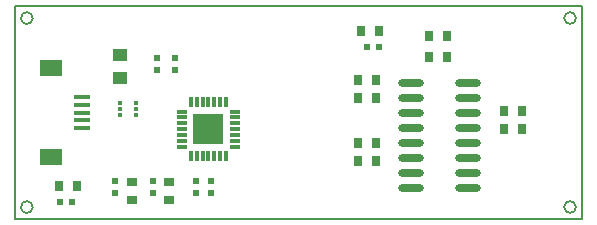
<source format=gtp>
%FSLAX25Y25*%
%MOIN*%
G70*
G01*
G75*
G04 Layer_Color=8421504*
%ADD10R,0.02756X0.03347*%
%ADD11O,0.08661X0.02362*%
%ADD12R,0.05118X0.03937*%
%ADD13R,0.02362X0.02362*%
%ADD14R,0.03347X0.02756*%
%ADD15R,0.01800X0.01200*%
%ADD16R,0.03400X0.01200*%
%ADD17R,0.01200X0.03400*%
%ADD18R,0.10236X0.10236*%
%ADD19R,0.07480X0.05512*%
%ADD20R,0.05315X0.01654*%
%ADD21R,0.02362X0.02362*%
%ADD22C,0.01000*%
%ADD23C,0.02000*%
%ADD24C,0.03000*%
%ADD25C,0.00800*%
%ADD26R,0.11500X0.04000*%
%ADD27R,0.07000X0.01500*%
%ADD28C,0.00500*%
%ADD29R,0.05906X0.05906*%
%ADD30C,0.05906*%
%ADD31R,0.05906X0.05906*%
%ADD32C,0.03228*%
%ADD33C,0.02000*%
%ADD34C,0.03000*%
%ADD35C,0.00984*%
%ADD36C,0.02362*%
%ADD37C,0.00600*%
%ADD38C,0.00787*%
D10*
X108500Y27500D02*
D03*
X114406D02*
D03*
X108500Y33500D02*
D03*
X114406D02*
D03*
Y12500D02*
D03*
X108500D02*
D03*
Y6500D02*
D03*
X114406D02*
D03*
X163000Y23000D02*
D03*
X157095D02*
D03*
X163000Y17000D02*
D03*
X157095D02*
D03*
X137906Y48000D02*
D03*
X132000D02*
D03*
X137906Y41000D02*
D03*
X132000D02*
D03*
X14706Y-1900D02*
D03*
X8800D02*
D03*
X109395Y49700D02*
D03*
X115300D02*
D03*
D11*
X126051Y32500D02*
D03*
Y27500D02*
D03*
Y22500D02*
D03*
Y17500D02*
D03*
Y12500D02*
D03*
Y7500D02*
D03*
Y2500D02*
D03*
Y-2500D02*
D03*
X144949Y32500D02*
D03*
Y27500D02*
D03*
Y22500D02*
D03*
Y17500D02*
D03*
Y12500D02*
D03*
Y7500D02*
D03*
Y2500D02*
D03*
Y-2500D02*
D03*
D12*
X29000Y34000D02*
D03*
Y41874D02*
D03*
D13*
X47300Y40600D02*
D03*
Y36663D02*
D03*
X41500Y40700D02*
D03*
Y36763D02*
D03*
X59500Y-4138D02*
D03*
Y-201D02*
D03*
X54500Y-4138D02*
D03*
Y-201D02*
D03*
X40000D02*
D03*
Y-4138D02*
D03*
X27500Y-201D02*
D03*
Y-4138D02*
D03*
D14*
X45500Y-6500D02*
D03*
Y-594D02*
D03*
X33000D02*
D03*
Y-6500D02*
D03*
D15*
X34300Y25868D02*
D03*
Y23900D02*
D03*
Y21900D02*
D03*
X28942Y23900D02*
D03*
Y25868D02*
D03*
Y21900D02*
D03*
D16*
X49550Y22906D02*
D03*
Y20937D02*
D03*
Y18969D02*
D03*
Y17000D02*
D03*
Y15032D02*
D03*
Y13063D02*
D03*
Y11095D02*
D03*
X67450D02*
D03*
Y13063D02*
D03*
Y15032D02*
D03*
Y17000D02*
D03*
Y18969D02*
D03*
Y20937D02*
D03*
Y22906D02*
D03*
D17*
X52595Y8050D02*
D03*
X54563D02*
D03*
X56532D02*
D03*
X58500D02*
D03*
X60469D02*
D03*
X62437D02*
D03*
X64406D02*
D03*
Y25950D02*
D03*
X62437D02*
D03*
X60469D02*
D03*
X58500D02*
D03*
X56532D02*
D03*
X54563D02*
D03*
X52595D02*
D03*
D18*
X58500Y17000D02*
D03*
D19*
X5968Y7649D02*
D03*
Y37571D02*
D03*
D20*
X16500Y27685D02*
D03*
Y17449D02*
D03*
Y20008D02*
D03*
Y25126D02*
D03*
Y22567D02*
D03*
D21*
X12900Y-7200D02*
D03*
X8963D02*
D03*
X111300Y44300D02*
D03*
X115237D02*
D03*
D28*
X181008Y54063D02*
G03*
X181008Y54063I-1969J0D01*
G01*
Y-8929D02*
G03*
X181008Y-8929I-1969J0D01*
G01*
X-94D02*
G03*
X-94Y-8929I-1969J0D01*
G01*
Y54063D02*
G03*
X-94Y54063I-1969J0D01*
G01*
X-6000Y-12866D02*
X182976D01*
Y58000D01*
X-6000D02*
X182976D01*
X-6000Y-12866D02*
Y58000D01*
M02*

</source>
